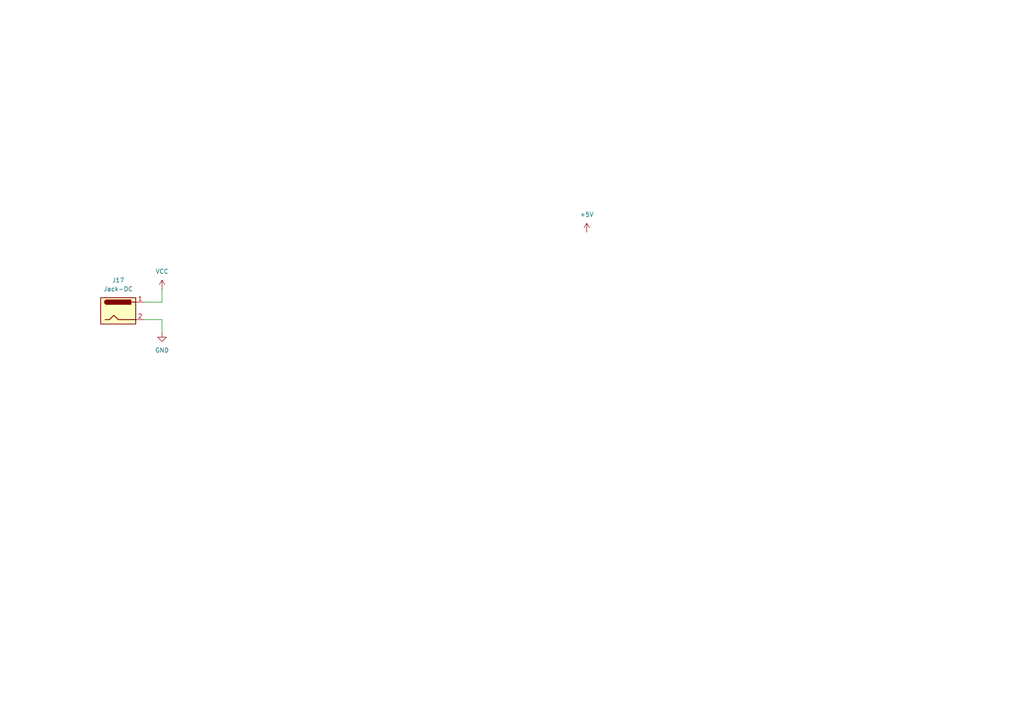
<source format=kicad_sch>
(kicad_sch (version 20250114) (generator "eeschema") (generator_version "9.0")
  (paper "A4")
  (lib_symbols
    (symbol "Connector:Jack-DC" (pin_names (offset 1.016))
      (property "Reference" "J" (at 0 5.334 0))
      (property "Value" "Jack-DC" (at 0 -5.08 0))
      (symbol "Jack-DC_0_1"
        (rectangle (start -5.08 3.81) (end 5.08 -3.81) (stroke (width 0.254)) (fill (type background)))
        (polyline (pts (xy -3.81 -2.54) (xy -2.54 -2.54) (xy -1.27 -1.27) (xy 0 -2.54) (xy 2.54 -2.54) (xy 5.08 -2.54)) (stroke (width 0.254)))
        (arc (start -3.302 1.905) (mid -3.9343 2.54) (end -3.302 3.175) (stroke (width 0.254)))
        (arc (start -3.302 1.905) (mid -3.9343 2.54) (end -3.302 3.175) (stroke (width 0.254)) (fill (type outline)))
        (rectangle (start 3.683 3.175) (end -3.302 1.905) (stroke (width 0.254)) (fill (type outline)))
        (polyline (pts (xy 5.08 2.54) (xy 3.81 2.54)) (stroke (width 0.254)))
      )
      (symbol "Jack-DC_1_1"
        (pin passive line (at 7.62 2.54 180) (length 2.54) (name "~") (number "1"))
        (pin passive line (at 7.62 -2.54 180) (length 2.54) (name "~") (number "2"))
      )
    )
    (symbol "power:+5V" (power) (pin_numbers (hide yes)) (pin_names (offset 0) (hide yes))
      (property "Value" "+5V" (at 0 3.556 0))
      (symbol "+5V_0_1"
        (polyline (pts (xy -0.762 1.27) (xy 0 2.54)))
        (polyline (pts (xy 0 2.54) (xy 0.762 1.27)))
        (polyline (pts (xy 0 0) (xy 0 2.54)))
      )
      (symbol "+5V_1_1"
        (pin power_in line (at 0 0 90) (length 0) (name "~") (number "1"))
      )
    )
    (symbol "power:GND" (power) (pin_numbers (hide yes)) (pin_names (offset 0) (hide yes))
      (property "Value" "GND" (at 0 -3.81 0))
      (symbol "GND_0_1"
        (polyline (pts (xy 0 0) (xy 0 -1.27) (xy 1.27 -1.27) (xy 0 -2.54) (xy -1.27 -1.27) (xy 0 -1.27)))
      )
      (symbol "GND_1_1"
        (pin power_in line (at 0 0 270) (length 0) (name "~") (number "1"))
      )
    )
    (symbol "power:VCC" (power) (pin_numbers (hide yes)) (pin_names (offset 0) (hide yes))
      (property "Value" "VCC" (at 0 3.556 0))
      (symbol "VCC_0_1"
        (polyline (pts (xy -0.762 1.27) (xy 0 2.54)))
        (polyline (pts (xy 0 2.54) (xy 0.762 1.27)))
        (polyline (pts (xy 0 0) (xy 0 2.54)))
      )
      (symbol "VCC_1_1"
        (pin power_in line (at 0 0 90) (length 0) (name "~") (number "1"))
      )
    )
  )
  (wire (pts (xy 46.99 92.71) (xy 46.99 96.52)))
  (wire (pts (xy 46.99 87.63) (xy 46.99 83.82)))
  (wire (pts (xy 41.91 87.63) (xy 46.99 87.63)))
  (wire (pts (xy 41.91 92.71) (xy 46.99 92.71)))
  (symbol (lib_id "power:VCC") (at 46.99 83.82 0) (unit 1)
    (property "Reference" "#PWR021" (effects (hide yes)))
    (property "Value" "VCC" (at 46.99 78.74 0))
    (property "Description" "Power symbol creates a global label with name \"VCC\"" (effects (hide yes)))
  )
  (symbol (lib_id "power:GND") (at 46.99 96.52 0) (unit 1)
    (property "Reference" "#PWR028" (effects (hide yes)))
    (property "Value" "GND" (at 46.99 101.6 0))
    (property "Description" "Power symbol creates a global label with name \"GND\" , ground" (effects (hide yes)))
  )
  (symbol (lib_id "Connector:Jack-DC") (at 34.29 90.17 0) (unit 1)
    (property "Reference" "J17" (at 34.29 81.28 0))
    (property "Value" "Jack-DC" (at 34.29 83.82 0))
    (property "Description" "DC Barrel Jack" (effects (hide yes)))
  )
  (symbol (lib_id "power:+5V") (at 170.18 67.31 0) (unit 1)
    (property "Reference" "#PWR020" (effects (hide yes)))
    (property "Value" "+5V" (at 170.18 62.23 0))
    (property "Description" "Power symbol creates a global label with name \"+5V\"" (effects (hide yes)))
  )
)
</source>
